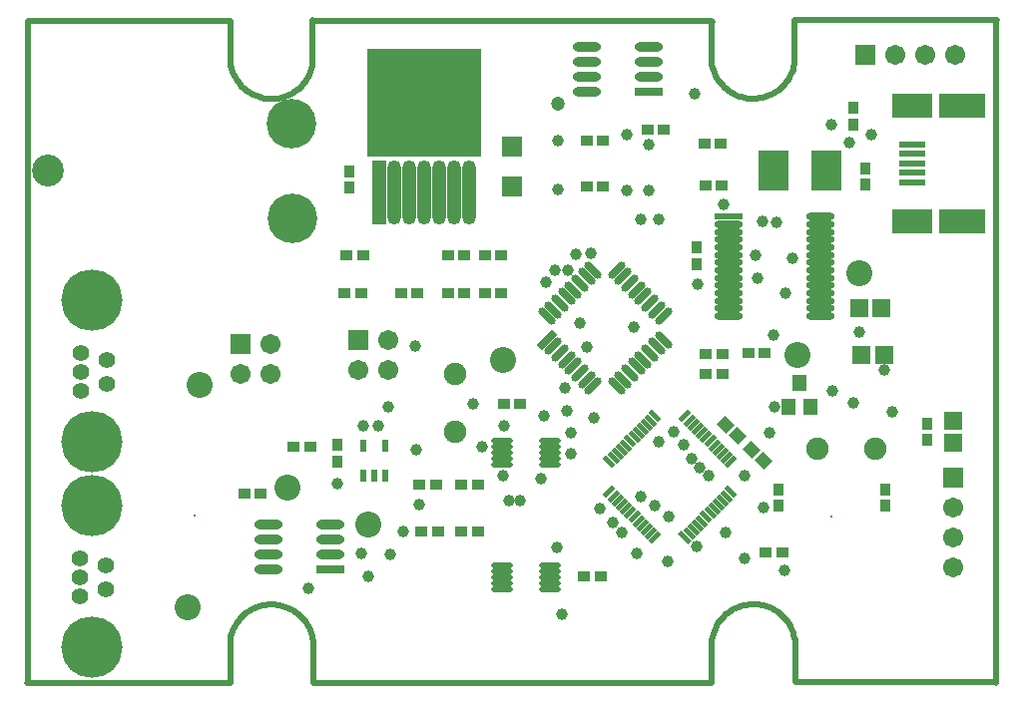
<source format=gts>
%FSTAX24Y24*%
%MOIN*%
%SFA1B1*%

%IPPOS*%
%AMD62*
4,1,4,-0.028800,0.001900,0.001900,-0.028800,0.028800,-0.001900,-0.001900,0.028800,-0.028800,0.001900,0.0*
%
%AMD68*
4,1,4,0.025000,-0.006900,-0.006900,0.025000,-0.025000,0.006900,0.006900,-0.025000,0.025000,-0.006900,0.0*
1,1,0.025700,-0.016000,0.016000*
1,1,0.025700,0.016000,-0.016000*
%
%AMD69*
4,1,4,-0.006900,-0.025000,0.025000,0.006900,0.006900,0.025000,-0.025000,-0.006900,-0.006900,-0.025000,0.0*
1,1,0.025700,0.016000,0.016000*
1,1,0.025700,-0.016000,-0.016000*
%
%AMD70*
4,1,4,0.016100,0.034200,-0.034200,-0.016100,-0.016100,-0.034200,0.034200,0.016100,0.016100,0.034200,0.0*
%
%AMD74*
4,1,4,0.003900,-0.016800,0.016800,-0.003900,-0.003900,0.016800,-0.016800,0.003900,0.003900,-0.016800,0.0*
1,1,0.018200,0.010300,-0.010300*
1,1,0.018200,-0.010300,0.010300*
%
%AMD75*
4,1,4,-0.016800,-0.003900,-0.003900,-0.016800,0.016800,0.003900,0.003900,0.016800,-0.016800,-0.003900,0.0*
1,1,0.018200,-0.010300,-0.010300*
1,1,0.018200,0.010300,0.010300*
%
%AMD76*
4,1,4,0.010300,-0.023200,0.023200,-0.010300,-0.010300,0.023200,-0.023200,0.010300,0.010300,-0.023200,0.0*
%
%ADD20R,0.088600X0.019700*%
%ADD21R,0.157500X0.080700*%
%ADD22R,0.137800X0.080700*%
%ADD37C,0.019700*%
%ADD58O,0.073000X0.019800*%
%ADD59R,0.043400X0.038000*%
%ADD60R,0.094600X0.031600*%
%ADD61O,0.094600X0.031600*%
G04~CAMADD=62~9~0.0~0.0~434.0~380.0~0.0~0.0~0~0.0~0.0~0.0~0.0~0~0.0~0.0~0.0~0.0~0~0.0~0.0~0.0~135.0~576.0~575.0*
%ADD62D62*%
%ADD63R,0.068000X0.071000*%
%ADD64O,0.094600X0.023700*%
%ADD65R,0.094600X0.023700*%
%ADD66R,0.102500X0.134000*%
%ADD67R,0.059200X0.063100*%
G04~CAMADD=68~3~0.0~0.0~710.0~257.0~0.0~0.0~0~0.0~0.0~0.0~0.0~0~0.0~0.0~0.0~0.0~0~0.0~0.0~0.0~315.0~576.0~576.0*
%ADD68D68*%
G04~CAMADD=69~3~0.0~0.0~710.0~257.0~0.0~0.0~0~0.0~0.0~0.0~0.0~0~0.0~0.0~0.0~0.0~0~0.0~0.0~0.0~225.0~576.0~576.0*
%ADD69D69*%
G04~CAMADD=70~9~0.0~0.0~710.0~257.0~0.0~0.0~0~0.0~0.0~0.0~0.0~0~0.0~0.0~0.0~0.0~0~0.0~0.0~0.0~45.0~684.0~683.0*
%ADD70D70*%
%ADD71R,0.038000X0.043400*%
%ADD72R,0.047400X0.057200*%
%ADD73R,0.023700X0.043400*%
G04~CAMADD=74~3~0.0~0.0~182.0~474.0~0.0~0.0~0~0.0~0.0~0.0~0.0~0~0.0~0.0~0.0~0.0~0~0.0~0.0~0.0~225.0~388.0~388.0*
%ADD74D74*%
G04~CAMADD=75~3~0.0~0.0~182.0~474.0~0.0~0.0~0~0.0~0.0~0.0~0.0~0~0.0~0.0~0.0~0.0~0~0.0~0.0~0.0~135.0~388.0~388.0*
%ADD75D75*%
G04~CAMADD=76~9~0.0~0.0~182.0~474.0~0.0~0.0~0~0.0~0.0~0.0~0.0~0~0.0~0.0~0.0~0.0~0~0.0~0.0~0.0~225.0~464.0~463.0*
%ADD76D76*%
%ADD77R,0.382000X0.362300*%
%ADD78O,0.045400X0.214700*%
%ADD79R,0.045400X0.214700*%
%ADD80R,0.063100X0.059200*%
%ADD81R,0.067100X0.067100*%
%ADD82C,0.067100*%
%ADD83R,0.067100X0.067100*%
%ADD84C,0.074900*%
%ADD85C,0.086700*%
%ADD86C,0.165500*%
%ADD87C,0.055200*%
%ADD88C,0.204900*%
%ADD89C,0.008000*%
%ADD90C,0.039500*%
%ADD91C,0.047400*%
%ADD92C,0.106400*%
%ADD93C,0.155600*%
%LNaddl-1*%
%LPD*%
G54D20*
X056087Y035543D03*
Y036488D03*
Y035858D03*
Y036173D03*
Y035228D03*
G54D21*
X05776Y033919D03*
Y037797D03*
G54D22*
X056087Y033919D03*
Y037797D03*
G54D37*
X0361Y019877D02*
D01*
X036085Y019973*
X036063Y020068*
X036035Y020162*
X036001Y020253*
X03596Y020341*
X035914Y020427*
X035861Y020509*
X035803Y020587*
X035739Y020661*
X035671Y020731*
X035597Y020795*
X03552Y020854*
X035438Y020908*
X035353Y020956*
X035265Y020998*
X035174Y021033*
X035081Y021062*
X034986Y021085*
X03489Y0211*
X034793Y02111*
X034695Y021112*
X034598Y021107*
X034501Y021096*
X034405Y021078*
X034311Y021053*
X034219Y021022*
X034129Y020985*
X034041Y020941*
X033957Y020891*
X033877Y020836*
X033801Y020775*
X033729Y020709*
X033662Y020638*
X033601Y020562*
X033544Y020483*
X033493Y020399*
X033449Y020313*
X03341Y020223*
X033378Y020131*
X033352Y020037*
X033333Y019941*
X033327Y0199*
X05219Y019906D02*
D01*
X052173Y020002*
X05215Y020097*
X052121Y02019*
X052085Y020281*
X052043Y020369*
X051995Y020454*
X051941Y020536*
X051881Y020613*
X051816Y020686*
X051746Y020755*
X051672Y020818*
X051594Y020876*
X051511Y020929*
X051425Y020975*
X051336Y021016*
X051245Y02105*
X051151Y021077*
X051055Y021098*
X050959Y021113*
X050861Y02112*
X050764Y021121*
X050666Y021115*
X050569Y021102*
X050473Y021083*
X050379Y021056*
X050287Y021024*
X050198Y020985*
X050111Y02094*
X050028Y020888*
X049948Y020832*
X049873Y020769*
X049802Y020702*
X049736Y02063*
X049675Y020553*
X04962Y020473*
X04957Y020388*
X049527Y020301*
X04949Y020211*
X049459Y020118*
X049434Y020023*
X049417Y019929*
X0494Y039257D02*
D01*
X049414Y03916*
X049436Y039065*
X049464Y038971*
X049498Y03888*
X049539Y038792*
X049585Y038706*
X049638Y038624*
X049696Y038546*
X04976Y038472*
X049828Y038402*
X049902Y038338*
X049979Y038279*
X050061Y038225*
X050146Y038177*
X050234Y038135*
X050325Y0381*
X050418Y038071*
X050513Y038048*
X050609Y038033*
X050706Y038023*
X050804Y038021*
X050901Y038026*
X050998Y038037*
X051094Y038055*
X051188Y03808*
X05128Y038111*
X05137Y038148*
X051458Y038192*
X051542Y038242*
X051622Y038297*
X051698Y038358*
X05177Y038424*
X051837Y038495*
X051898Y038571*
X051955Y03865*
X052006Y038734*
X05205Y03882*
X052089Y03891*
X052121Y039002*
X052147Y039096*
X052166Y039192*
X052174Y039234*
X033361Y0391D02*
D01*
X033384Y039006*
X033414Y038914*
X03345Y038825*
X033493Y038739*
X033541Y038655*
X033595Y038575*
X033655Y0385*
X033719Y038428*
X033789Y038361*
X033863Y0383*
X033941Y038243*
X034023Y038192*
X034108Y038147*
X034196Y038108*
X034287Y038075*
X034379Y038049*
X034474Y038029*
X034569Y038016*
X034665Y038009*
X034762Y03801*
X034858Y038017*
X034953Y03803*
X035047Y03805*
X03514Y038077*
X035231Y03811*
X035318Y03815*
X035403Y038195*
X035485Y038246*
X035563Y038303*
X035637Y038365*
X035706Y038432*
X03577Y038504*
X035829Y03858*
X035883Y03866*
X035931Y038744*
X035973Y038831*
X036009Y03892*
X036039Y039012*
X036062Y039105*
X03607Y039147*
X02657Y018497D02*
Y040607D01*
X02655Y018477D02*
X02657Y018497D01*
X02655Y018477D02*
X03333D01*
Y018497D02*
Y019837D01*
X0361Y018477D02*
Y019837D01*
Y018477D02*
X04942D01*
Y019887*
X05219Y018517D02*
Y019887D01*
Y018517D02*
X05892D01*
X05889D02*
X05892Y018487D01*
Y040627*
X05893Y040637*
X05216D02*
X05893D01*
X05216Y039167D02*
Y040647D01*
X04941Y039167D02*
X04942Y039157D01*
X04941Y039167D02*
Y040627D01*
X0494D02*
X04945Y040577D01*
X03607Y040627D02*
X0494D01*
X03607Y039137D02*
Y040657D01*
X03334Y039097D02*
Y040607D01*
X02659D02*
X03334D01*
G54D58*
X04402Y021624D03*
Y02182D03*
Y022017D03*
Y022214D03*
Y022411D03*
X042406Y021624D03*
Y02182D03*
Y022017D03*
Y022214D03*
Y022411D03*
Y026587D03*
Y02639D03*
Y026193D03*
Y025996D03*
Y025799D03*
X04402Y026587D03*
Y02639D03*
Y026193D03*
Y025996D03*
Y025799D03*
G54D59*
X045137Y022059D03*
X045687D03*
X040192Y02511D03*
X039642D03*
X041047D03*
X041597D03*
X03971Y023552D03*
X04026D03*
X041597Y023568D03*
X041047D03*
X04921Y028827D03*
X04976D03*
X037759Y032787D03*
X037209D03*
X042385Y031508D03*
X041835D03*
X041146Y03152D03*
X040596D03*
X039571Y031508D03*
X039021D03*
X037151Y031503D03*
X037701D03*
X035987Y02639D03*
X035437D03*
X034337Y024816D03*
X033787D03*
X042466Y02782D03*
X043016D03*
X045222Y036626D03*
X045772D03*
X042385Y032787D03*
X041835D03*
X040596Y032799D03*
X041146D03*
X051219Y022862D03*
X051769D03*
X049747Y035129D03*
X049197D03*
X049158Y036505D03*
X049708D03*
X049765Y029502D03*
X049215D03*
X047255Y036993D03*
X047805D03*
X045222Y035079D03*
X045772D03*
X050635Y02952D03*
X051185D03*
G54D60*
X047287Y038238D03*
X036658Y022293D03*
G54D61*
X04524Y039738D03*
Y039238D03*
Y038738D03*
Y038238D03*
X047287Y039738D03*
Y039238D03*
Y038738D03*
X034611Y023793D03*
Y023293D03*
Y022793D03*
Y022293D03*
X036658Y023793D03*
Y023293D03*
Y022793D03*
G54D62*
X05074Y026298D03*
X051129Y025909D03*
X049866Y027132D03*
X050255Y026743D03*
G54D63*
X042722Y035079D03*
Y036429D03*
G54D64*
X053047Y030752D03*
Y031008D03*
Y031264D03*
Y03152D03*
Y031776D03*
Y032031D03*
Y032287D03*
Y032543D03*
Y032799D03*
Y033055D03*
Y033311D03*
Y033567D03*
Y033823D03*
Y034079D03*
X049976Y030752D03*
Y031008D03*
Y031264D03*
Y03152D03*
Y031776D03*
Y032031D03*
Y032287D03*
Y032543D03*
Y032799D03*
Y033055D03*
Y033311D03*
Y033567D03*
Y033823D03*
G54D65*
X049976Y034079D03*
G54D66*
X05148Y035607D03*
X053252D03*
G54D67*
X054412Y029441D03*
X05516D03*
X055083Y03102D03*
X054335D03*
G54D68*
X045003Y031855D03*
X04478Y031632D03*
X044335Y031187D03*
X044112Y030964D03*
X046896Y029071D03*
X044558Y031409D03*
X046451Y028625D03*
X047119Y029293D03*
X047564Y029739D03*
X047787Y029962D03*
X043889Y030741D03*
X046673Y028848D03*
X047342Y029516D03*
X046228Y028403D03*
X045226Y032077D03*
X045448Y0323D03*
G54D69*
X046228Y0323D03*
X047787Y030741D03*
X047119Y031409D03*
X045448Y028403D03*
X045226Y028625D03*
X04478Y029071D03*
X046896Y031632D03*
X044558Y029294D03*
X047564Y030964D03*
X046673Y031855D03*
X047342Y031187D03*
X045003Y028848D03*
X044335Y029516D03*
X044112Y029739D03*
X046451Y032077D03*
G54D70*
X043889Y029962D03*
G54D71*
X048898Y033046D03*
Y032496D03*
X054531Y0357D03*
Y03515D03*
X036913Y025902D03*
Y026451D03*
X037307Y035051D03*
Y035601D03*
X054138Y037159D03*
Y037709D03*
X056598Y027157D03*
Y026607D03*
X051627Y024407D03*
Y024957D03*
X055213Y024417D03*
Y024967D03*
G54D72*
X051961Y027722D03*
X052711D03*
X052341Y028522D03*
G54D73*
X037759Y025406D03*
X038511D03*
X038134D03*
X038511Y026425D03*
X037759D03*
G54D74*
X048797Y023618D03*
X05005Y024871D03*
X049911Y024732D03*
X046403Y026291D03*
X047099Y026987D03*
X047238Y027126D03*
X047377Y027265D03*
X047517Y027404D03*
X048936Y023757D03*
X049354Y024175D03*
X049215Y024036D03*
X04696Y026847D03*
X046821Y026708D03*
X046681Y026569D03*
X046542Y02643D03*
X046264Y026152D03*
X046125Y026012D03*
X045985Y025873D03*
X049493Y024314D03*
X048658Y023479D03*
X049076Y023897D03*
X049772Y024593D03*
X049632Y024453D03*
G54D75*
X049215Y026708D03*
X049493Y02643D03*
X049632Y026291D03*
X046821Y024036D03*
X046403Y024453D03*
X046125Y024732D03*
X048797Y027126D03*
X048936Y026987D03*
X049772Y026152D03*
X045985Y024871D03*
X048519Y027404D03*
X048658Y027265D03*
X046264Y024593D03*
X046542Y024314D03*
X046681Y024175D03*
X04696Y023897D03*
X049076Y026847D03*
X049354Y026569D03*
X047099Y023757D03*
X047238Y023618D03*
X049911Y026012D03*
X047377Y023479D03*
X047517Y02334D03*
X05005Y025873D03*
G54D76*
X048519Y02334D03*
G54D77*
X039799Y037883D03*
G54D78*
X041299Y034883D03*
X040799D03*
X040299D03*
X039799D03*
X039299D03*
X038799D03*
G54D79*
X038299Y034883D03*
G54D80*
X057484Y026503D03*
Y027251D03*
G54D81*
X057484Y025346D03*
X037602Y029947D03*
X033665Y029829D03*
G54D82*
X057484Y024346D03*
Y023346D03*
Y022346D03*
X038602Y029947D03*
X037602Y028947D03*
X038602D03*
X055532Y03948D03*
X056532D03*
X057531D03*
X034665Y029829D03*
X033665Y028829D03*
X034665D03*
G54D83*
X054531Y03948D03*
G54D84*
X04085Y028817D03*
Y026896D03*
X054872Y026305D03*
X052951D03*
G54D85*
X054335Y032197D03*
X03524Y025012D03*
X037922Y023774D03*
X032307Y028457D03*
X042446Y02929D03*
X052268Y029468D03*
X031897Y021026D03*
G54D86*
X035379Y037174D03*
X035389Y034014D03*
G54D87*
X02832Y022647D03*
X02918Y021617D03*
X02832Y022017D03*
Y021387D03*
X02918Y022417D03*
X029197Y02929D03*
X028337Y02826D03*
Y02889D03*
X029197Y02849D03*
X028337Y02952D03*
G54D88*
X0287Y024407D03*
Y019687D03*
X028717Y02656D03*
Y03128D03*
G54D89*
X032142Y024071D03*
X053402Y024051D03*
G54D90*
X044406Y020789D03*
X047937Y022551D03*
X047957Y024036D03*
X050496Y022639D03*
X037759Y027079D03*
X037701Y022806D03*
X038685Y022796D03*
X039112Y023552D03*
X053437Y028266D03*
X042622Y024575D03*
X047489Y024421D03*
X048454Y026466D03*
X047051Y024717D03*
X042425Y025408D03*
X043705Y025307D03*
X044266Y03499D03*
X046569Y034953D03*
X047287D03*
X03954Y026291D03*
X039488Y02974D03*
X038587Y027722D03*
X048921Y031803D03*
X054728Y036823D03*
X046092Y023864D03*
X05148Y030111D03*
X044492Y028358D03*
X054335Y030226D03*
X055171Y028947D03*
X036913Y025167D03*
X044271Y036626D03*
X048823Y038201D03*
X046559Y036823D03*
X04902Y025701D03*
X049309Y025406D03*
X049807Y034502D03*
X043016Y024574D03*
X044689Y026847D03*
Y026152D03*
X041736Y02639D03*
X041441Y02783D03*
X043803Y027404D03*
X045003Y030524D03*
X045673Y024323D03*
X045253Y029715D03*
X048134Y026882D03*
X044177Y032295D03*
X046815Y030398D03*
X050496Y025406D03*
X044583Y027601D03*
X048724Y025996D03*
X047642Y02656D03*
X051087Y033919D03*
X044866Y032833D03*
X043882Y031896D03*
X045378Y032848D03*
X04461Y032294D03*
X047031Y033969D03*
X047622Y033994D03*
X042457Y027088D03*
X047289Y036478D03*
X051874Y031508D03*
X052103Y032689D03*
X050929Y032029D03*
X05156Y033898D03*
X050877Y032787D03*
X053997Y036566D03*
X039642Y024453D03*
X048895Y023043D03*
X049884Y02351D03*
X045464Y027349D03*
X05342Y03715D03*
X054153Y027838D03*
X041351Y036855D03*
Y037445D03*
Y038036D03*
Y038627D03*
Y039217D03*
X04076Y038627D03*
Y037445D03*
Y036855D03*
X040169D03*
X039579D03*
X038988D03*
Y037445D03*
Y038627D03*
X04076Y039217D03*
X040169D03*
X039579D03*
X038988D03*
X038398Y038627D03*
Y038036D03*
Y037445D03*
Y036855D03*
Y039217D03*
X03594Y021665D03*
X055446Y02755D03*
X051837Y022266D03*
X0515Y027724D03*
X051325Y026847D03*
X051135Y024362D03*
X046891Y022824D03*
X046403Y023535D03*
X044251Y023018D03*
X037941Y022052D03*
X038263Y027079D03*
G54D91*
X044271Y037854D03*
G54D92*
X02723Y035607D03*
G54D93*
X039874Y038036D03*
M02*
</source>
